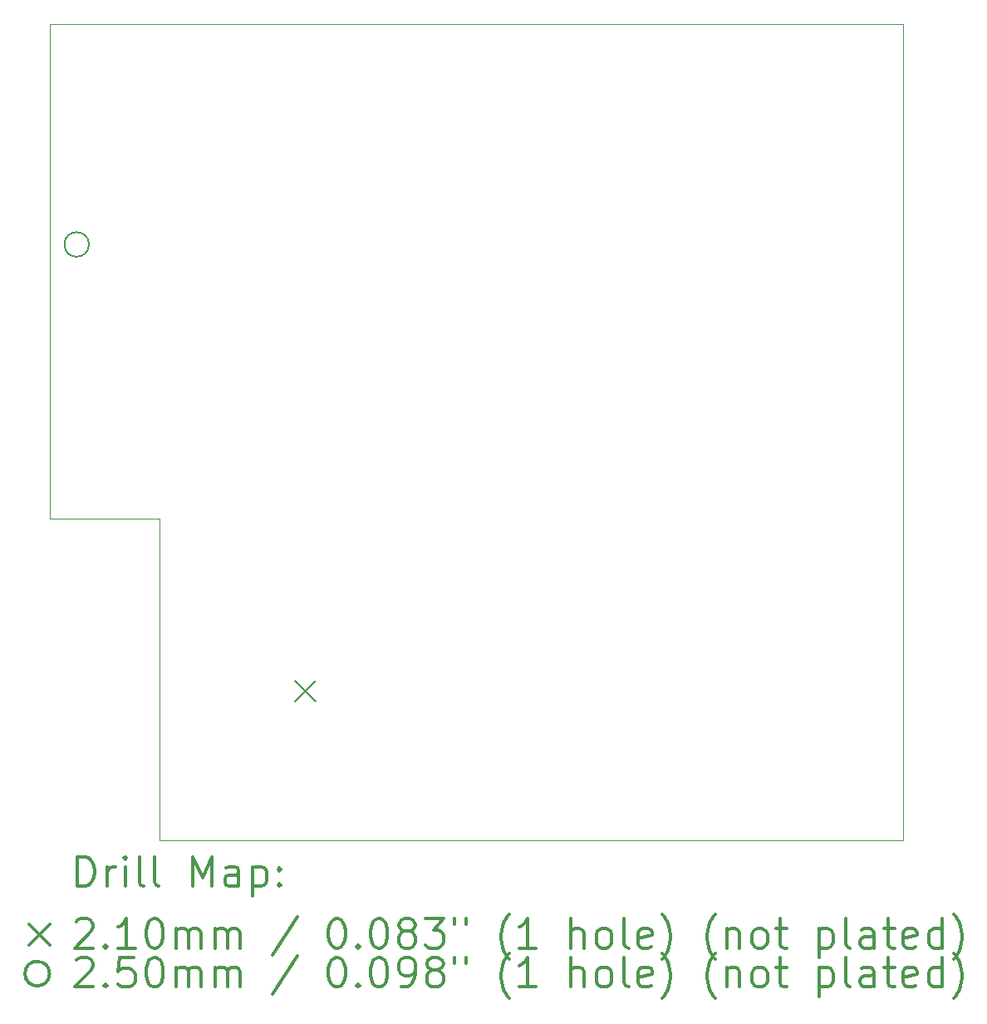
<source format=gbr>
%FSLAX45Y45*%
G04 Gerber Fmt 4.5, Leading zero omitted, Abs format (unit mm)*
G04 Created by KiCad (PCBNEW (5.1.9)-1) date 2022-12-05 11:20:03*
%MOMM*%
%LPD*%
G01*
G04 APERTURE LIST*
%TA.AperFunction,Profile*%
%ADD10C,0.050000*%
%TD*%
%ADD11C,0.200000*%
%ADD12C,0.300000*%
G04 APERTURE END LIST*
D10*
X13487000Y-8719000D02*
X14606000Y-8719000D01*
X13487000Y-3689000D02*
X13487000Y-8719000D01*
X22180000Y-8925000D02*
X22180000Y-11999000D01*
X14606000Y-11999000D02*
X14606000Y-8719000D01*
X22180000Y-3689000D02*
X22180000Y-8925000D01*
X14606000Y-11999000D02*
X22180000Y-11999000D01*
X13487000Y-3689000D02*
X22180000Y-3689000D01*
D11*
X15984000Y-10372500D02*
X16194000Y-10582500D01*
X16194000Y-10372500D02*
X15984000Y-10582500D01*
X13886500Y-5930000D02*
G75*
G03*
X13886500Y-5930000I-125000J0D01*
G01*
D12*
X13770928Y-12467214D02*
X13770928Y-12167214D01*
X13842357Y-12167214D01*
X13885214Y-12181500D01*
X13913786Y-12210071D01*
X13928071Y-12238643D01*
X13942357Y-12295786D01*
X13942357Y-12338643D01*
X13928071Y-12395786D01*
X13913786Y-12424357D01*
X13885214Y-12452929D01*
X13842357Y-12467214D01*
X13770928Y-12467214D01*
X14070928Y-12467214D02*
X14070928Y-12267214D01*
X14070928Y-12324357D02*
X14085214Y-12295786D01*
X14099500Y-12281500D01*
X14128071Y-12267214D01*
X14156643Y-12267214D01*
X14256643Y-12467214D02*
X14256643Y-12267214D01*
X14256643Y-12167214D02*
X14242357Y-12181500D01*
X14256643Y-12195786D01*
X14270928Y-12181500D01*
X14256643Y-12167214D01*
X14256643Y-12195786D01*
X14442357Y-12467214D02*
X14413786Y-12452929D01*
X14399500Y-12424357D01*
X14399500Y-12167214D01*
X14599500Y-12467214D02*
X14570928Y-12452929D01*
X14556643Y-12424357D01*
X14556643Y-12167214D01*
X14942357Y-12467214D02*
X14942357Y-12167214D01*
X15042357Y-12381500D01*
X15142357Y-12167214D01*
X15142357Y-12467214D01*
X15413786Y-12467214D02*
X15413786Y-12310071D01*
X15399500Y-12281500D01*
X15370928Y-12267214D01*
X15313786Y-12267214D01*
X15285214Y-12281500D01*
X15413786Y-12452929D02*
X15385214Y-12467214D01*
X15313786Y-12467214D01*
X15285214Y-12452929D01*
X15270928Y-12424357D01*
X15270928Y-12395786D01*
X15285214Y-12367214D01*
X15313786Y-12352929D01*
X15385214Y-12352929D01*
X15413786Y-12338643D01*
X15556643Y-12267214D02*
X15556643Y-12567214D01*
X15556643Y-12281500D02*
X15585214Y-12267214D01*
X15642357Y-12267214D01*
X15670928Y-12281500D01*
X15685214Y-12295786D01*
X15699500Y-12324357D01*
X15699500Y-12410071D01*
X15685214Y-12438643D01*
X15670928Y-12452929D01*
X15642357Y-12467214D01*
X15585214Y-12467214D01*
X15556643Y-12452929D01*
X15828071Y-12438643D02*
X15842357Y-12452929D01*
X15828071Y-12467214D01*
X15813786Y-12452929D01*
X15828071Y-12438643D01*
X15828071Y-12467214D01*
X15828071Y-12281500D02*
X15842357Y-12295786D01*
X15828071Y-12310071D01*
X15813786Y-12295786D01*
X15828071Y-12281500D01*
X15828071Y-12310071D01*
X13274500Y-12856500D02*
X13484500Y-13066500D01*
X13484500Y-12856500D02*
X13274500Y-13066500D01*
X13756643Y-12825786D02*
X13770928Y-12811500D01*
X13799500Y-12797214D01*
X13870928Y-12797214D01*
X13899500Y-12811500D01*
X13913786Y-12825786D01*
X13928071Y-12854357D01*
X13928071Y-12882929D01*
X13913786Y-12925786D01*
X13742357Y-13097214D01*
X13928071Y-13097214D01*
X14056643Y-13068643D02*
X14070928Y-13082929D01*
X14056643Y-13097214D01*
X14042357Y-13082929D01*
X14056643Y-13068643D01*
X14056643Y-13097214D01*
X14356643Y-13097214D02*
X14185214Y-13097214D01*
X14270928Y-13097214D02*
X14270928Y-12797214D01*
X14242357Y-12840071D01*
X14213786Y-12868643D01*
X14185214Y-12882929D01*
X14542357Y-12797214D02*
X14570928Y-12797214D01*
X14599500Y-12811500D01*
X14613786Y-12825786D01*
X14628071Y-12854357D01*
X14642357Y-12911500D01*
X14642357Y-12982929D01*
X14628071Y-13040071D01*
X14613786Y-13068643D01*
X14599500Y-13082929D01*
X14570928Y-13097214D01*
X14542357Y-13097214D01*
X14513786Y-13082929D01*
X14499500Y-13068643D01*
X14485214Y-13040071D01*
X14470928Y-12982929D01*
X14470928Y-12911500D01*
X14485214Y-12854357D01*
X14499500Y-12825786D01*
X14513786Y-12811500D01*
X14542357Y-12797214D01*
X14770928Y-13097214D02*
X14770928Y-12897214D01*
X14770928Y-12925786D02*
X14785214Y-12911500D01*
X14813786Y-12897214D01*
X14856643Y-12897214D01*
X14885214Y-12911500D01*
X14899500Y-12940071D01*
X14899500Y-13097214D01*
X14899500Y-12940071D02*
X14913786Y-12911500D01*
X14942357Y-12897214D01*
X14985214Y-12897214D01*
X15013786Y-12911500D01*
X15028071Y-12940071D01*
X15028071Y-13097214D01*
X15170928Y-13097214D02*
X15170928Y-12897214D01*
X15170928Y-12925786D02*
X15185214Y-12911500D01*
X15213786Y-12897214D01*
X15256643Y-12897214D01*
X15285214Y-12911500D01*
X15299500Y-12940071D01*
X15299500Y-13097214D01*
X15299500Y-12940071D02*
X15313786Y-12911500D01*
X15342357Y-12897214D01*
X15385214Y-12897214D01*
X15413786Y-12911500D01*
X15428071Y-12940071D01*
X15428071Y-13097214D01*
X16013786Y-12782929D02*
X15756643Y-13168643D01*
X16399500Y-12797214D02*
X16428071Y-12797214D01*
X16456643Y-12811500D01*
X16470928Y-12825786D01*
X16485214Y-12854357D01*
X16499500Y-12911500D01*
X16499500Y-12982929D01*
X16485214Y-13040071D01*
X16470928Y-13068643D01*
X16456643Y-13082929D01*
X16428071Y-13097214D01*
X16399500Y-13097214D01*
X16370928Y-13082929D01*
X16356643Y-13068643D01*
X16342357Y-13040071D01*
X16328071Y-12982929D01*
X16328071Y-12911500D01*
X16342357Y-12854357D01*
X16356643Y-12825786D01*
X16370928Y-12811500D01*
X16399500Y-12797214D01*
X16628071Y-13068643D02*
X16642357Y-13082929D01*
X16628071Y-13097214D01*
X16613786Y-13082929D01*
X16628071Y-13068643D01*
X16628071Y-13097214D01*
X16828071Y-12797214D02*
X16856643Y-12797214D01*
X16885214Y-12811500D01*
X16899500Y-12825786D01*
X16913786Y-12854357D01*
X16928071Y-12911500D01*
X16928071Y-12982929D01*
X16913786Y-13040071D01*
X16899500Y-13068643D01*
X16885214Y-13082929D01*
X16856643Y-13097214D01*
X16828071Y-13097214D01*
X16799500Y-13082929D01*
X16785214Y-13068643D01*
X16770928Y-13040071D01*
X16756643Y-12982929D01*
X16756643Y-12911500D01*
X16770928Y-12854357D01*
X16785214Y-12825786D01*
X16799500Y-12811500D01*
X16828071Y-12797214D01*
X17099500Y-12925786D02*
X17070928Y-12911500D01*
X17056643Y-12897214D01*
X17042357Y-12868643D01*
X17042357Y-12854357D01*
X17056643Y-12825786D01*
X17070928Y-12811500D01*
X17099500Y-12797214D01*
X17156643Y-12797214D01*
X17185214Y-12811500D01*
X17199500Y-12825786D01*
X17213786Y-12854357D01*
X17213786Y-12868643D01*
X17199500Y-12897214D01*
X17185214Y-12911500D01*
X17156643Y-12925786D01*
X17099500Y-12925786D01*
X17070928Y-12940071D01*
X17056643Y-12954357D01*
X17042357Y-12982929D01*
X17042357Y-13040071D01*
X17056643Y-13068643D01*
X17070928Y-13082929D01*
X17099500Y-13097214D01*
X17156643Y-13097214D01*
X17185214Y-13082929D01*
X17199500Y-13068643D01*
X17213786Y-13040071D01*
X17213786Y-12982929D01*
X17199500Y-12954357D01*
X17185214Y-12940071D01*
X17156643Y-12925786D01*
X17313786Y-12797214D02*
X17499500Y-12797214D01*
X17399500Y-12911500D01*
X17442357Y-12911500D01*
X17470928Y-12925786D01*
X17485214Y-12940071D01*
X17499500Y-12968643D01*
X17499500Y-13040071D01*
X17485214Y-13068643D01*
X17470928Y-13082929D01*
X17442357Y-13097214D01*
X17356643Y-13097214D01*
X17328071Y-13082929D01*
X17313786Y-13068643D01*
X17613786Y-12797214D02*
X17613786Y-12854357D01*
X17728071Y-12797214D02*
X17728071Y-12854357D01*
X18170928Y-13211500D02*
X18156643Y-13197214D01*
X18128071Y-13154357D01*
X18113786Y-13125786D01*
X18099500Y-13082929D01*
X18085214Y-13011500D01*
X18085214Y-12954357D01*
X18099500Y-12882929D01*
X18113786Y-12840071D01*
X18128071Y-12811500D01*
X18156643Y-12768643D01*
X18170928Y-12754357D01*
X18442357Y-13097214D02*
X18270928Y-13097214D01*
X18356643Y-13097214D02*
X18356643Y-12797214D01*
X18328071Y-12840071D01*
X18299500Y-12868643D01*
X18270928Y-12882929D01*
X18799500Y-13097214D02*
X18799500Y-12797214D01*
X18928071Y-13097214D02*
X18928071Y-12940071D01*
X18913786Y-12911500D01*
X18885214Y-12897214D01*
X18842357Y-12897214D01*
X18813786Y-12911500D01*
X18799500Y-12925786D01*
X19113786Y-13097214D02*
X19085214Y-13082929D01*
X19070928Y-13068643D01*
X19056643Y-13040071D01*
X19056643Y-12954357D01*
X19070928Y-12925786D01*
X19085214Y-12911500D01*
X19113786Y-12897214D01*
X19156643Y-12897214D01*
X19185214Y-12911500D01*
X19199500Y-12925786D01*
X19213786Y-12954357D01*
X19213786Y-13040071D01*
X19199500Y-13068643D01*
X19185214Y-13082929D01*
X19156643Y-13097214D01*
X19113786Y-13097214D01*
X19385214Y-13097214D02*
X19356643Y-13082929D01*
X19342357Y-13054357D01*
X19342357Y-12797214D01*
X19613786Y-13082929D02*
X19585214Y-13097214D01*
X19528071Y-13097214D01*
X19499500Y-13082929D01*
X19485214Y-13054357D01*
X19485214Y-12940071D01*
X19499500Y-12911500D01*
X19528071Y-12897214D01*
X19585214Y-12897214D01*
X19613786Y-12911500D01*
X19628071Y-12940071D01*
X19628071Y-12968643D01*
X19485214Y-12997214D01*
X19728071Y-13211500D02*
X19742357Y-13197214D01*
X19770928Y-13154357D01*
X19785214Y-13125786D01*
X19799500Y-13082929D01*
X19813786Y-13011500D01*
X19813786Y-12954357D01*
X19799500Y-12882929D01*
X19785214Y-12840071D01*
X19770928Y-12811500D01*
X19742357Y-12768643D01*
X19728071Y-12754357D01*
X20270928Y-13211500D02*
X20256643Y-13197214D01*
X20228071Y-13154357D01*
X20213786Y-13125786D01*
X20199500Y-13082929D01*
X20185214Y-13011500D01*
X20185214Y-12954357D01*
X20199500Y-12882929D01*
X20213786Y-12840071D01*
X20228071Y-12811500D01*
X20256643Y-12768643D01*
X20270928Y-12754357D01*
X20385214Y-12897214D02*
X20385214Y-13097214D01*
X20385214Y-12925786D02*
X20399500Y-12911500D01*
X20428071Y-12897214D01*
X20470928Y-12897214D01*
X20499500Y-12911500D01*
X20513786Y-12940071D01*
X20513786Y-13097214D01*
X20699500Y-13097214D02*
X20670928Y-13082929D01*
X20656643Y-13068643D01*
X20642357Y-13040071D01*
X20642357Y-12954357D01*
X20656643Y-12925786D01*
X20670928Y-12911500D01*
X20699500Y-12897214D01*
X20742357Y-12897214D01*
X20770928Y-12911500D01*
X20785214Y-12925786D01*
X20799500Y-12954357D01*
X20799500Y-13040071D01*
X20785214Y-13068643D01*
X20770928Y-13082929D01*
X20742357Y-13097214D01*
X20699500Y-13097214D01*
X20885214Y-12897214D02*
X20999500Y-12897214D01*
X20928071Y-12797214D02*
X20928071Y-13054357D01*
X20942357Y-13082929D01*
X20970928Y-13097214D01*
X20999500Y-13097214D01*
X21328071Y-12897214D02*
X21328071Y-13197214D01*
X21328071Y-12911500D02*
X21356643Y-12897214D01*
X21413786Y-12897214D01*
X21442357Y-12911500D01*
X21456643Y-12925786D01*
X21470928Y-12954357D01*
X21470928Y-13040071D01*
X21456643Y-13068643D01*
X21442357Y-13082929D01*
X21413786Y-13097214D01*
X21356643Y-13097214D01*
X21328071Y-13082929D01*
X21642357Y-13097214D02*
X21613786Y-13082929D01*
X21599500Y-13054357D01*
X21599500Y-12797214D01*
X21885214Y-13097214D02*
X21885214Y-12940071D01*
X21870928Y-12911500D01*
X21842357Y-12897214D01*
X21785214Y-12897214D01*
X21756643Y-12911500D01*
X21885214Y-13082929D02*
X21856643Y-13097214D01*
X21785214Y-13097214D01*
X21756643Y-13082929D01*
X21742357Y-13054357D01*
X21742357Y-13025786D01*
X21756643Y-12997214D01*
X21785214Y-12982929D01*
X21856643Y-12982929D01*
X21885214Y-12968643D01*
X21985214Y-12897214D02*
X22099500Y-12897214D01*
X22028071Y-12797214D02*
X22028071Y-13054357D01*
X22042357Y-13082929D01*
X22070928Y-13097214D01*
X22099500Y-13097214D01*
X22313786Y-13082929D02*
X22285214Y-13097214D01*
X22228071Y-13097214D01*
X22199500Y-13082929D01*
X22185214Y-13054357D01*
X22185214Y-12940071D01*
X22199500Y-12911500D01*
X22228071Y-12897214D01*
X22285214Y-12897214D01*
X22313786Y-12911500D01*
X22328071Y-12940071D01*
X22328071Y-12968643D01*
X22185214Y-12997214D01*
X22585214Y-13097214D02*
X22585214Y-12797214D01*
X22585214Y-13082929D02*
X22556643Y-13097214D01*
X22499500Y-13097214D01*
X22470928Y-13082929D01*
X22456643Y-13068643D01*
X22442357Y-13040071D01*
X22442357Y-12954357D01*
X22456643Y-12925786D01*
X22470928Y-12911500D01*
X22499500Y-12897214D01*
X22556643Y-12897214D01*
X22585214Y-12911500D01*
X22699500Y-13211500D02*
X22713786Y-13197214D01*
X22742357Y-13154357D01*
X22756643Y-13125786D01*
X22770928Y-13082929D01*
X22785214Y-13011500D01*
X22785214Y-12954357D01*
X22770928Y-12882929D01*
X22756643Y-12840071D01*
X22742357Y-12811500D01*
X22713786Y-12768643D01*
X22699500Y-12754357D01*
X13484500Y-13357500D02*
G75*
G03*
X13484500Y-13357500I-125000J0D01*
G01*
X13756643Y-13221786D02*
X13770928Y-13207500D01*
X13799500Y-13193214D01*
X13870928Y-13193214D01*
X13899500Y-13207500D01*
X13913786Y-13221786D01*
X13928071Y-13250357D01*
X13928071Y-13278929D01*
X13913786Y-13321786D01*
X13742357Y-13493214D01*
X13928071Y-13493214D01*
X14056643Y-13464643D02*
X14070928Y-13478929D01*
X14056643Y-13493214D01*
X14042357Y-13478929D01*
X14056643Y-13464643D01*
X14056643Y-13493214D01*
X14342357Y-13193214D02*
X14199500Y-13193214D01*
X14185214Y-13336071D01*
X14199500Y-13321786D01*
X14228071Y-13307500D01*
X14299500Y-13307500D01*
X14328071Y-13321786D01*
X14342357Y-13336071D01*
X14356643Y-13364643D01*
X14356643Y-13436071D01*
X14342357Y-13464643D01*
X14328071Y-13478929D01*
X14299500Y-13493214D01*
X14228071Y-13493214D01*
X14199500Y-13478929D01*
X14185214Y-13464643D01*
X14542357Y-13193214D02*
X14570928Y-13193214D01*
X14599500Y-13207500D01*
X14613786Y-13221786D01*
X14628071Y-13250357D01*
X14642357Y-13307500D01*
X14642357Y-13378929D01*
X14628071Y-13436071D01*
X14613786Y-13464643D01*
X14599500Y-13478929D01*
X14570928Y-13493214D01*
X14542357Y-13493214D01*
X14513786Y-13478929D01*
X14499500Y-13464643D01*
X14485214Y-13436071D01*
X14470928Y-13378929D01*
X14470928Y-13307500D01*
X14485214Y-13250357D01*
X14499500Y-13221786D01*
X14513786Y-13207500D01*
X14542357Y-13193214D01*
X14770928Y-13493214D02*
X14770928Y-13293214D01*
X14770928Y-13321786D02*
X14785214Y-13307500D01*
X14813786Y-13293214D01*
X14856643Y-13293214D01*
X14885214Y-13307500D01*
X14899500Y-13336071D01*
X14899500Y-13493214D01*
X14899500Y-13336071D02*
X14913786Y-13307500D01*
X14942357Y-13293214D01*
X14985214Y-13293214D01*
X15013786Y-13307500D01*
X15028071Y-13336071D01*
X15028071Y-13493214D01*
X15170928Y-13493214D02*
X15170928Y-13293214D01*
X15170928Y-13321786D02*
X15185214Y-13307500D01*
X15213786Y-13293214D01*
X15256643Y-13293214D01*
X15285214Y-13307500D01*
X15299500Y-13336071D01*
X15299500Y-13493214D01*
X15299500Y-13336071D02*
X15313786Y-13307500D01*
X15342357Y-13293214D01*
X15385214Y-13293214D01*
X15413786Y-13307500D01*
X15428071Y-13336071D01*
X15428071Y-13493214D01*
X16013786Y-13178929D02*
X15756643Y-13564643D01*
X16399500Y-13193214D02*
X16428071Y-13193214D01*
X16456643Y-13207500D01*
X16470928Y-13221786D01*
X16485214Y-13250357D01*
X16499500Y-13307500D01*
X16499500Y-13378929D01*
X16485214Y-13436071D01*
X16470928Y-13464643D01*
X16456643Y-13478929D01*
X16428071Y-13493214D01*
X16399500Y-13493214D01*
X16370928Y-13478929D01*
X16356643Y-13464643D01*
X16342357Y-13436071D01*
X16328071Y-13378929D01*
X16328071Y-13307500D01*
X16342357Y-13250357D01*
X16356643Y-13221786D01*
X16370928Y-13207500D01*
X16399500Y-13193214D01*
X16628071Y-13464643D02*
X16642357Y-13478929D01*
X16628071Y-13493214D01*
X16613786Y-13478929D01*
X16628071Y-13464643D01*
X16628071Y-13493214D01*
X16828071Y-13193214D02*
X16856643Y-13193214D01*
X16885214Y-13207500D01*
X16899500Y-13221786D01*
X16913786Y-13250357D01*
X16928071Y-13307500D01*
X16928071Y-13378929D01*
X16913786Y-13436071D01*
X16899500Y-13464643D01*
X16885214Y-13478929D01*
X16856643Y-13493214D01*
X16828071Y-13493214D01*
X16799500Y-13478929D01*
X16785214Y-13464643D01*
X16770928Y-13436071D01*
X16756643Y-13378929D01*
X16756643Y-13307500D01*
X16770928Y-13250357D01*
X16785214Y-13221786D01*
X16799500Y-13207500D01*
X16828071Y-13193214D01*
X17070928Y-13493214D02*
X17128071Y-13493214D01*
X17156643Y-13478929D01*
X17170928Y-13464643D01*
X17199500Y-13421786D01*
X17213786Y-13364643D01*
X17213786Y-13250357D01*
X17199500Y-13221786D01*
X17185214Y-13207500D01*
X17156643Y-13193214D01*
X17099500Y-13193214D01*
X17070928Y-13207500D01*
X17056643Y-13221786D01*
X17042357Y-13250357D01*
X17042357Y-13321786D01*
X17056643Y-13350357D01*
X17070928Y-13364643D01*
X17099500Y-13378929D01*
X17156643Y-13378929D01*
X17185214Y-13364643D01*
X17199500Y-13350357D01*
X17213786Y-13321786D01*
X17385214Y-13321786D02*
X17356643Y-13307500D01*
X17342357Y-13293214D01*
X17328071Y-13264643D01*
X17328071Y-13250357D01*
X17342357Y-13221786D01*
X17356643Y-13207500D01*
X17385214Y-13193214D01*
X17442357Y-13193214D01*
X17470928Y-13207500D01*
X17485214Y-13221786D01*
X17499500Y-13250357D01*
X17499500Y-13264643D01*
X17485214Y-13293214D01*
X17470928Y-13307500D01*
X17442357Y-13321786D01*
X17385214Y-13321786D01*
X17356643Y-13336071D01*
X17342357Y-13350357D01*
X17328071Y-13378929D01*
X17328071Y-13436071D01*
X17342357Y-13464643D01*
X17356643Y-13478929D01*
X17385214Y-13493214D01*
X17442357Y-13493214D01*
X17470928Y-13478929D01*
X17485214Y-13464643D01*
X17499500Y-13436071D01*
X17499500Y-13378929D01*
X17485214Y-13350357D01*
X17470928Y-13336071D01*
X17442357Y-13321786D01*
X17613786Y-13193214D02*
X17613786Y-13250357D01*
X17728071Y-13193214D02*
X17728071Y-13250357D01*
X18170928Y-13607500D02*
X18156643Y-13593214D01*
X18128071Y-13550357D01*
X18113786Y-13521786D01*
X18099500Y-13478929D01*
X18085214Y-13407500D01*
X18085214Y-13350357D01*
X18099500Y-13278929D01*
X18113786Y-13236071D01*
X18128071Y-13207500D01*
X18156643Y-13164643D01*
X18170928Y-13150357D01*
X18442357Y-13493214D02*
X18270928Y-13493214D01*
X18356643Y-13493214D02*
X18356643Y-13193214D01*
X18328071Y-13236071D01*
X18299500Y-13264643D01*
X18270928Y-13278929D01*
X18799500Y-13493214D02*
X18799500Y-13193214D01*
X18928071Y-13493214D02*
X18928071Y-13336071D01*
X18913786Y-13307500D01*
X18885214Y-13293214D01*
X18842357Y-13293214D01*
X18813786Y-13307500D01*
X18799500Y-13321786D01*
X19113786Y-13493214D02*
X19085214Y-13478929D01*
X19070928Y-13464643D01*
X19056643Y-13436071D01*
X19056643Y-13350357D01*
X19070928Y-13321786D01*
X19085214Y-13307500D01*
X19113786Y-13293214D01*
X19156643Y-13293214D01*
X19185214Y-13307500D01*
X19199500Y-13321786D01*
X19213786Y-13350357D01*
X19213786Y-13436071D01*
X19199500Y-13464643D01*
X19185214Y-13478929D01*
X19156643Y-13493214D01*
X19113786Y-13493214D01*
X19385214Y-13493214D02*
X19356643Y-13478929D01*
X19342357Y-13450357D01*
X19342357Y-13193214D01*
X19613786Y-13478929D02*
X19585214Y-13493214D01*
X19528071Y-13493214D01*
X19499500Y-13478929D01*
X19485214Y-13450357D01*
X19485214Y-13336071D01*
X19499500Y-13307500D01*
X19528071Y-13293214D01*
X19585214Y-13293214D01*
X19613786Y-13307500D01*
X19628071Y-13336071D01*
X19628071Y-13364643D01*
X19485214Y-13393214D01*
X19728071Y-13607500D02*
X19742357Y-13593214D01*
X19770928Y-13550357D01*
X19785214Y-13521786D01*
X19799500Y-13478929D01*
X19813786Y-13407500D01*
X19813786Y-13350357D01*
X19799500Y-13278929D01*
X19785214Y-13236071D01*
X19770928Y-13207500D01*
X19742357Y-13164643D01*
X19728071Y-13150357D01*
X20270928Y-13607500D02*
X20256643Y-13593214D01*
X20228071Y-13550357D01*
X20213786Y-13521786D01*
X20199500Y-13478929D01*
X20185214Y-13407500D01*
X20185214Y-13350357D01*
X20199500Y-13278929D01*
X20213786Y-13236071D01*
X20228071Y-13207500D01*
X20256643Y-13164643D01*
X20270928Y-13150357D01*
X20385214Y-13293214D02*
X20385214Y-13493214D01*
X20385214Y-13321786D02*
X20399500Y-13307500D01*
X20428071Y-13293214D01*
X20470928Y-13293214D01*
X20499500Y-13307500D01*
X20513786Y-13336071D01*
X20513786Y-13493214D01*
X20699500Y-13493214D02*
X20670928Y-13478929D01*
X20656643Y-13464643D01*
X20642357Y-13436071D01*
X20642357Y-13350357D01*
X20656643Y-13321786D01*
X20670928Y-13307500D01*
X20699500Y-13293214D01*
X20742357Y-13293214D01*
X20770928Y-13307500D01*
X20785214Y-13321786D01*
X20799500Y-13350357D01*
X20799500Y-13436071D01*
X20785214Y-13464643D01*
X20770928Y-13478929D01*
X20742357Y-13493214D01*
X20699500Y-13493214D01*
X20885214Y-13293214D02*
X20999500Y-13293214D01*
X20928071Y-13193214D02*
X20928071Y-13450357D01*
X20942357Y-13478929D01*
X20970928Y-13493214D01*
X20999500Y-13493214D01*
X21328071Y-13293214D02*
X21328071Y-13593214D01*
X21328071Y-13307500D02*
X21356643Y-13293214D01*
X21413786Y-13293214D01*
X21442357Y-13307500D01*
X21456643Y-13321786D01*
X21470928Y-13350357D01*
X21470928Y-13436071D01*
X21456643Y-13464643D01*
X21442357Y-13478929D01*
X21413786Y-13493214D01*
X21356643Y-13493214D01*
X21328071Y-13478929D01*
X21642357Y-13493214D02*
X21613786Y-13478929D01*
X21599500Y-13450357D01*
X21599500Y-13193214D01*
X21885214Y-13493214D02*
X21885214Y-13336071D01*
X21870928Y-13307500D01*
X21842357Y-13293214D01*
X21785214Y-13293214D01*
X21756643Y-13307500D01*
X21885214Y-13478929D02*
X21856643Y-13493214D01*
X21785214Y-13493214D01*
X21756643Y-13478929D01*
X21742357Y-13450357D01*
X21742357Y-13421786D01*
X21756643Y-13393214D01*
X21785214Y-13378929D01*
X21856643Y-13378929D01*
X21885214Y-13364643D01*
X21985214Y-13293214D02*
X22099500Y-13293214D01*
X22028071Y-13193214D02*
X22028071Y-13450357D01*
X22042357Y-13478929D01*
X22070928Y-13493214D01*
X22099500Y-13493214D01*
X22313786Y-13478929D02*
X22285214Y-13493214D01*
X22228071Y-13493214D01*
X22199500Y-13478929D01*
X22185214Y-13450357D01*
X22185214Y-13336071D01*
X22199500Y-13307500D01*
X22228071Y-13293214D01*
X22285214Y-13293214D01*
X22313786Y-13307500D01*
X22328071Y-13336071D01*
X22328071Y-13364643D01*
X22185214Y-13393214D01*
X22585214Y-13493214D02*
X22585214Y-13193214D01*
X22585214Y-13478929D02*
X22556643Y-13493214D01*
X22499500Y-13493214D01*
X22470928Y-13478929D01*
X22456643Y-13464643D01*
X22442357Y-13436071D01*
X22442357Y-13350357D01*
X22456643Y-13321786D01*
X22470928Y-13307500D01*
X22499500Y-13293214D01*
X22556643Y-13293214D01*
X22585214Y-13307500D01*
X22699500Y-13607500D02*
X22713786Y-13593214D01*
X22742357Y-13550357D01*
X22756643Y-13521786D01*
X22770928Y-13478929D01*
X22785214Y-13407500D01*
X22785214Y-13350357D01*
X22770928Y-13278929D01*
X22756643Y-13236071D01*
X22742357Y-13207500D01*
X22713786Y-13164643D01*
X22699500Y-13150357D01*
M02*

</source>
